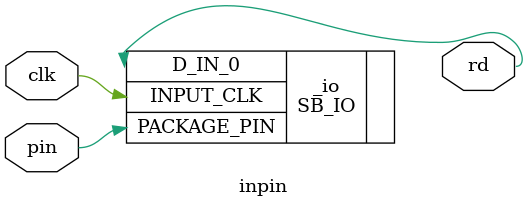
<source format=v>

module SB_RAM2048x2(
	output [1:0] RDATA,
	input        RCLK, RCLKE, RE,
	input  [10:0] RADDR,
	input         WCLK, WCLKE, WE,
	input  [10:0] WADDR,
	input  [1:0] MASK, WDATA
);
    // hello \n\m
    // 0a0d206f6c6c6568
	parameter INIT_0 = 256'h0000000000000000000000000000000000000000000000000000000000000000;
	parameter INIT_1 = 256'h0000000000000000000000000000000000000000000000000000000000000000;
	parameter INIT_2 = 256'h0000000000000000000000000000000000000000000000000000000000000000;
	parameter INIT_3 = 256'h0000000000000000000000000000000000000000000000000000000000000000;
	parameter INIT_4 = 256'h0000000000000000000000000000000000000000000000000000000000000000;
	parameter INIT_5 = 256'h0000000000000000000000000000000000000000000000000000000000000000;
	parameter INIT_6 = 256'h0000000000000000000000000000000000000000000000000000000000000000;
	parameter INIT_7 = 256'h0000000000000000000000000000000000000000000000000000000000000000;
	parameter INIT_8 = 256'h0000000000000000000000000000000000000000000000000000000000000000;
	parameter INIT_9 = 256'h0000000000000000000000000000000000000000000000000000000000000000;
	parameter INIT_A = 256'h0000000000000000000000000000000000000000000000000000000000000000;
	parameter INIT_B = 256'h0000000000000000000000000000000000000000000000000000000000000000;
	parameter INIT_C = 256'h0000000000000000000000000000000000000000000000000000000000000000;
	parameter INIT_D = 256'h0000000000000000000000000000000000000000000000000000000000000000;
	parameter INIT_E = 256'h0000000000000000000000000000000000000000000000000000000000000000;
	parameter INIT_F = 256'h0000000000000000000000000000000000000000000000000000000000000000;

  wire [15:0] rd;

  SB_RAM40_4K #(
    .WRITE_MODE(1),
    .READ_MODE(1),
    .INIT_0(INIT_0),
    .INIT_1(INIT_1),
    .INIT_2(INIT_2),
    .INIT_3(INIT_3),
    .INIT_4(INIT_4),
    .INIT_5(INIT_5),
    .INIT_6(INIT_6),
    .INIT_7(INIT_7),
    .INIT_8(INIT_8),
    .INIT_9(INIT_9),
    .INIT_A(INIT_A),
    .INIT_B(INIT_B),
    .INIT_C(INIT_C),
    .INIT_D(INIT_D),
    .INIT_E(INIT_E),
    .INIT_F(INIT_F)
  ) _ram (
    .RDATA(rd),
    .RADDR(RADDR),
    .RCLK(RCLK), .RCLKE(RCLKE), .RE(RE),
    .WCLK(WCLK), .WCLKE(WCLKE), .WE(WE),
    .WADDR(WADDR),
    .MASK(16'h0000), .WDATA({4'b0, WDATA[1], 7'b0, WDATA[0], 3'b0}));

  assign RDATA[0] = rd[3];
  assign RDATA[1] = rd[11];

endmodule

module SB_RAM512x8(
	output [7:0] RDATA,
	input        RCLK, RCLKE, RE,
	input  [8:0] RADDR,
	input         WCLK, WCLKE, WE,
	input  [8:0] WADDR,
	input  [7:0] MASK, WDATA
);
    // hello \n\m
    // 0a0d206f6c6c6568
	parameter INIT_0 = 256'h0000000000000000000000000000000000000000000000000000000000000000;
	parameter INIT_1 = 256'h0000000000000000000000000000000000000000000000000000000000000000;
	parameter INIT_2 = 256'h0000000000000000000000000000000000000000000000000000000000000000;
	parameter INIT_3 = 256'h0000000000000000000000000000000000000000000000000000000000000000;
	parameter INIT_4 = 256'h0000000000000000000000000000000000000000000000000000000000000000;
	parameter INIT_5 = 256'h0000000000000000000000000000000000000000000000000000000000000000;
	parameter INIT_6 = 256'h0000000000000000000000000000000000000000000000000000000000000000;
	parameter INIT_7 = 256'h0000000000000000000000000000000000000000000000000000000000000000;
	parameter INIT_8 = 256'h0000000000000000000000000000000000000000000000000000000000000000;
	parameter INIT_9 = 256'h0000000000000000000000000000000000000000000000000000000000000000;
	parameter INIT_A = 256'h0000000000000000000000000000000000000000000000000000000000000000;
	parameter INIT_B = 256'h0000000000000000000000000000000000000000000000000000000000000000;
	parameter INIT_C = 256'h0000000000000000000000000000000000000000000000000000000000000000;
	parameter INIT_D = 256'h0000000000000000000000000000000000000000000000000000000000000000;
	parameter INIT_E = 256'h0000000000000000000000000000000000000000000000000000000000000000;
	parameter INIT_F = 256'h0000000000000000000000000000000000000000000000000000000000000000;

  wire [15:0] rd;

  SB_RAM40_4K #(
    .WRITE_MODE(1),
    .READ_MODE(1),
    .INIT_0(INIT_0),
    .INIT_1(INIT_1),
    .INIT_2(INIT_2),
    .INIT_3(INIT_3),
    .INIT_4(INIT_4),
    .INIT_5(INIT_5),
    .INIT_6(INIT_6),
    .INIT_7(INIT_7),
    .INIT_8(INIT_8),
    .INIT_9(INIT_9),
    .INIT_A(INIT_A),
    .INIT_B(INIT_B),
    .INIT_C(INIT_C),
    .INIT_D(INIT_D),
    .INIT_E(INIT_E),
    .INIT_F(INIT_F)
  ) _ram (
    .RDATA(rd),
    .RADDR(RADDR),
    .RCLK(RCLK), .RCLKE(RCLKE), .RE(RE),
    .WCLK(WCLK), .WCLKE(WCLKE), .WE(WE),
    .WADDR(WADDR),
    .MASK(16'h0000), .WDATA({1'b0, WDATA[7],1'b0, WDATA[6],1'b0, WDATA[5],1'b0, WDATA[4],1'b0, WDATA[3],1'b0, WDATA[2],1'b0, WDATA[1],1'b0, WDATA[0]}));

  assign RDATA = {rd[14],rd[12],rd[10],rd[8],rd[6],rd[4],rd[2],rd[0]};

endmodule

module ioport(
  input clk,
  inout [7:0] pins,
  input we,
  input [7:0] wd,
  output [7:0] rd,
  input [7:0] dir);

  genvar i;
  generate 
    for (i = 0; i < 8; i = i + 1) begin : io
      // 1001   PIN_OUTPUT_REGISTERED_ENABLE 
      //     01 PIN_INPUT 
      SB_IO #(.PIN_TYPE(6'b1001_01)) _io (
        .PACKAGE_PIN(pins[i]),
        .CLOCK_ENABLE(we),
        .OUTPUT_CLK(clk),
        .D_OUT_0(wd[i]),
        .D_IN_0(rd[i]),
        .OUTPUT_ENABLE(dir[i]));
    end
  endgenerate

endmodule

module outpin(
  input clk,
  output pin,
  input we,
  input wd,
  output rd);

  SB_IO #(.PIN_TYPE(6'b0101_01)) _io (
        .PACKAGE_PIN(pin),
        .CLOCK_ENABLE(we),
        .OUTPUT_CLK(clk),
        .D_OUT_0(wd),
        .D_IN_0(rd));
endmodule

module inpin(
  input clk,
  input pin,
  output rd);

  SB_IO #(.PIN_TYPE(6'b0000_00)) _io (
        .PACKAGE_PIN(pin),
        .INPUT_CLK(clk),
        .D_IN_0(rd));
endmodule

</source>
